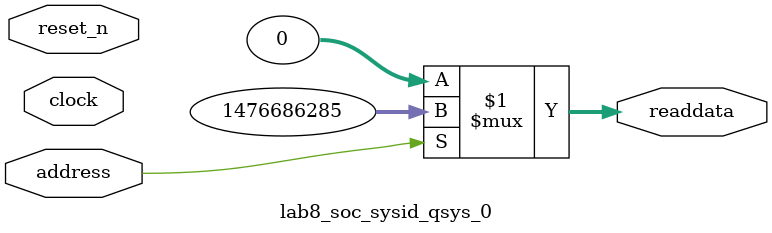
<source format=v>

`timescale 1ns / 1ps
// synthesis translate_on

// turn off superfluous verilog processor warnings 
// altera message_level Level1 
// altera message_off 10034 10035 10036 10037 10230 10240 10030 

module lab8_soc_sysid_qsys_0 (
               // inputs:
                address,
                clock,
                reset_n,

               // outputs:
                readdata
             )
;

  output  [ 31: 0] readdata;
  input            address;
  input            clock;
  input            reset_n;

  wire    [ 31: 0] readdata;
  //control_slave, which is an e_avalon_slave
  assign readdata = address ? 1476686285 : 0;

endmodule




</source>
